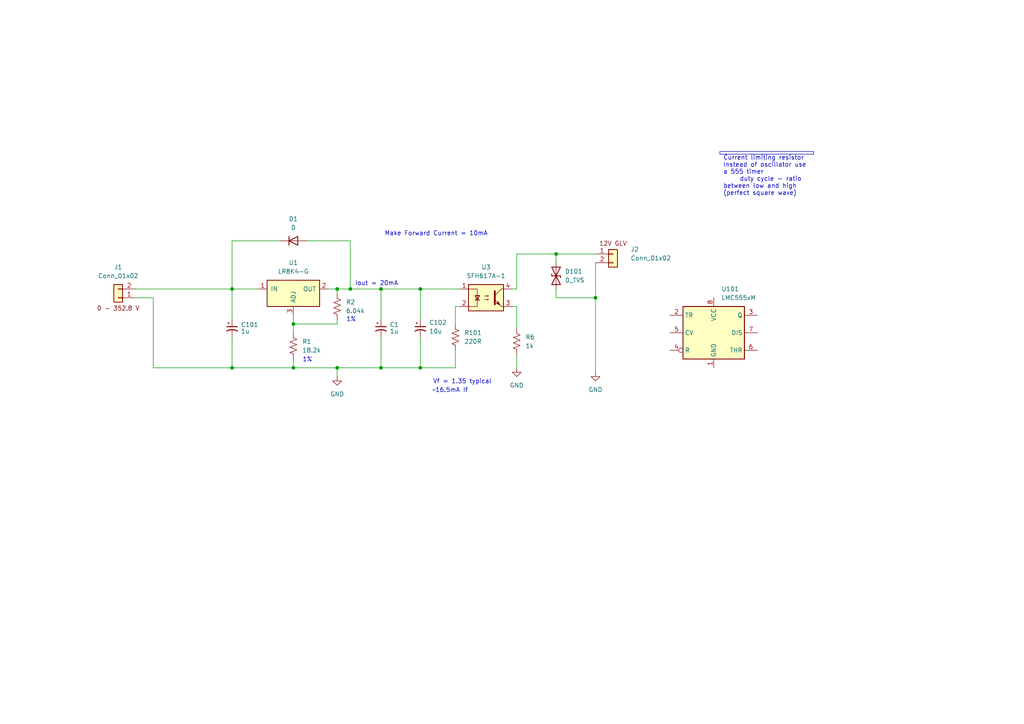
<source format=kicad_sch>
(kicad_sch (version 20231120) (generator "eeschema") (generator_version "8.0")
  (paper "A4")
  (lib_symbols
    (symbol "Conn_01x02_1" (pin_names (offset 1.016) hide)
      (property "Reference" "J2" (at 0.0001 -8.89 0))
      (property "Value" "Conn_01x02" (at 0.0001 -6.35 0))
      (symbol "Conn_01x02_1_1_1"
        (rectangle (start -1.27 -2.413) (end 0 -2.667) (stroke (width 0.1524)))
        (rectangle (start -1.27 0.127) (end 0 -0.127) (stroke (width 0.1524)))
        (rectangle (start -1.27 1.27) (end 1.27 -3.81) (stroke (width 0.254)) (fill (type background)))
        (text "12V GLV" (at 0 3.048 0) (effects (font (size 1.27 1.27))))
        (pin input line (at -5.08 0 0) (length 3.81) (name "0-352.8V") (number "1"))
        (pin input line (at -5.08 -2.54 0) (length 3.81) (name "Pin_2") (number "2"))
      )
    )
    (symbol "Connector_Generic:Conn_01x02" (pin_names (offset 1.016) hide)
      (property "Reference" "J" (at 0 2.54 0))
      (property "Value" "Conn_01x02" (at 0 -5.08 0))
      (symbol "Conn_01x02_1_1"
        (rectangle (start -1.27 -2.413) (end 0 -2.667) (stroke (width 0.1524)))
        (rectangle (start -1.27 0.127) (end 0 -0.127) (stroke (width 0.1524)))
        (rectangle (start -1.27 1.27) (end 1.27 -3.81) (stroke (width 0.254)) (fill (type background)))
        (text "0 - 352.8 V" (at 0 3.048 0) (effects (font (size 1.27 1.27))))
        (pin input line (at -5.08 0 0) (length 3.81) (name "0-352.8V") (number "1"))
        (pin input line (at -5.08 -2.54 0) (length 3.81) (name "Pin_2") (number "2"))
      )
    )
    (symbol "Device:C_Polarized_Small_US" (pin_numbers hide) (pin_names (offset 0.254) hide)
      (property "Reference" "C" (at 0.254 1.778 0))
      (property "Value" "C_Polarized_Small_US" (at 0.254 -2.032 0))
      (symbol "C_Polarized_Small_US_0_1"
        (polyline (pts (xy -1.524 0.508) (xy 1.524 0.508)) (stroke (width 0.3048)))
        (polyline (pts (xy -1.27 1.524) (xy -0.762 1.524)))
        (polyline (pts (xy -1.016 1.27) (xy -1.016 1.778)))
        (arc (start 1.524 -0.762) (mid 0 -0.3734) (end -1.524 -0.762) (stroke (width 0.3048)))
      )
      (symbol "C_Polarized_Small_US_1_1"
        (pin passive line (at 0 2.54 270) (length 2.032) (name "~") (number "1"))
        (pin passive line (at 0 -2.54 90) (length 2.032) (name "~") (number "2"))
      )
    )
    (symbol "Device:D" (pin_numbers hide) (pin_names (offset 1.016) hide)
      (property "Reference" "D" (at 0 2.54 0))
      (property "Value" "D" (at 0 -2.54 0))
      (symbol "D_0_1"
        (polyline (pts (xy -1.27 1.27) (xy -1.27 -1.27)) (stroke (width 0.254)))
        (polyline (pts (xy 1.27 0) (xy -1.27 0)))
        (polyline (pts (xy 1.27 1.27) (xy 1.27 -1.27) (xy -1.27 0) (xy 1.27 1.27)) (stroke (width 0.254)))
      )
      (symbol "D_1_1"
        (pin passive line (at -3.81 0 0) (length 2.54) (name "K") (number "1"))
        (pin passive line (at 3.81 0 180) (length 2.54) (name "A") (number "2"))
      )
    )
    (symbol "Device:D_TVS" (pin_numbers hide) (pin_names (offset 1.016) hide)
      (property "Reference" "D" (at 0 2.54 0))
      (property "Value" "D_TVS" (at 0 -2.54 0))
      (symbol "D_TVS_0_1"
        (polyline (pts (xy 1.27 0) (xy -1.27 0)))
        (polyline (pts (xy 0.508 1.27) (xy 0 1.27) (xy 0 -1.27) (xy -0.508 -1.27)) (stroke (width 0.254)))
        (polyline (pts (xy -2.54 1.27) (xy -2.54 -1.27) (xy 2.54 1.27) (xy 2.54 -1.27) (xy -2.54 1.27)) (stroke (width 0.254)))
      )
      (symbol "D_TVS_1_1"
        (pin passive line (at -3.81 0 0) (length 2.54) (name "A1") (number "1"))
        (pin passive line (at 3.81 0 180) (length 2.54) (name "A2") (number "2"))
      )
    )
    (symbol "Device:R_US" (pin_numbers hide) (pin_names (offset 0))
      (property "Reference" "R" (at 2.54 0 90))
      (property "Value" "R_US" (at -2.54 0 90))
      (symbol "R_US_0_1"
        (polyline (pts (xy 0 -2.286) (xy 0 -2.54)))
        (polyline (pts (xy 0 2.286) (xy 0 2.54)))
        (polyline (pts (xy 0 -0.762) (xy 1.016 -1.143) (xy 0 -1.524) (xy -1.016 -1.905) (xy 0 -2.286)))
        (polyline (pts (xy 0 0.762) (xy 1.016 0.381) (xy 0 0) (xy -1.016 -0.381) (xy 0 -0.762)))
        (polyline (pts (xy 0 2.286) (xy 1.016 1.905) (xy 0 1.524) (xy -1.016 1.143) (xy 0 0.762)))
      )
      (symbol "R_US_1_1"
        (pin passive line (at 0 3.81 270) (length 1.27) (name "~") (number "1"))
        (pin passive line (at 0 -3.81 90) (length 1.27) (name "~") (number "2"))
      )
    )
    (symbol "Isolator:SFH617A-1" (pin_names (offset 1.016))
      (property "Reference" "U" (at -5.08 5.08 0))
      (property "Value" "SFH617A-1" (at 0 5.08 0))
      (symbol "SFH617A-1_0_1"
        (rectangle (start -5.08 3.81) (end 5.08 -3.81) (stroke (width 0.254)) (fill (type background)))
        (polyline (pts (xy -3.175 -0.635) (xy -1.905 -0.635)) (stroke (width 0.254)))
        (polyline (pts (xy 2.54 0.635) (xy 4.445 2.54)))
        (polyline (pts (xy 4.445 -2.54) (xy 2.54 -0.635)) (fill (type outline)))
        (polyline (pts (xy 4.445 -2.54) (xy 5.08 -2.54)))
        (polyline (pts (xy 4.445 2.54) (xy 5.08 2.54)))
        (polyline (pts (xy -2.54 -0.635) (xy -2.54 -2.54) (xy -5.08 -2.54)))
        (polyline (pts (xy 2.54 1.905) (xy 2.54 -1.905) (xy 2.54 -1.905)) (stroke (width 0.508)))
        (polyline (pts (xy -5.08 2.54) (xy -2.54 2.54) (xy -2.54 -1.27) (xy -2.54 0.635)))
        (polyline (pts (xy -2.54 -0.635) (xy -3.175 0.635) (xy -1.905 0.635) (xy -2.54 -0.635)) (stroke (width 0.254)))
        (polyline (pts (xy -0.508 -0.508) (xy 0.762 -0.508) (xy 0.381 -0.635) (xy 0.381 -0.381) (xy 0.762 -0.508)))
        (polyline (pts (xy -0.508 0.508) (xy 0.762 0.508) (xy 0.381 0.381) (xy 0.381 0.635) (xy 0.762 0.508)))
        (polyline (pts (xy 3.048 -1.651) (xy 3.556 -1.143) (xy 4.064 -2.159) (xy 3.048 -1.651) (xy 3.048 -1.651)) (fill (type outline)))
      )
      (symbol "SFH617A-1_1_1"
        (pin passive line (at -7.62 2.54 0) (length 2.54) (name "~") (number "1"))
        (pin passive line (at -7.62 -2.54 0) (length 2.54) (name "~") (number "2"))
        (pin passive line (at 7.62 -2.54 180) (length 2.54) (name "~") (number "3"))
        (pin passive line (at 7.62 2.54 180) (length 2.54) (name "~") (number "4"))
      )
    )
    (symbol "Regulator_Linear:LR8K4-G" (pin_names (offset 1.016))
      (property "Reference" "U" (at -7.62 3.81 0))
      (property "Value" "LR8K4-G" (at 0 3.81 0))
      (symbol "LR8K4-G_0_1"
        (rectangle (start -7.62 2.54) (end 7.62 -5.08) (stroke (width 0.254)) (fill (type background)))
      )
      (symbol "LR8K4-G_1_1"
        (pin input line (at -10.16 0 0) (length 2.54) (name "IN") (number "1"))
        (pin power_out line (at 10.16 0 180) (length 2.54) (name "OUT") (number "2"))
        (pin input line (at 0 -7.62 90) (length 2.54) (name "ADJ") (number "3"))
      )
    )
    (symbol "Timer:LMC555xM"
      (property "Reference" "U" (at -10.16 8.89 0))
      (property "Value" "LMC555xM" (at 2.54 8.89 0))
      (symbol "LMC555xM_0_0"
        (pin power_in line (at 0 -10.16 90) (length 2.54) (name "GND") (number "1"))
        (pin power_in line (at 0 10.16 270) (length 2.54) (name "VCC") (number "8"))
      )
      (symbol "LMC555xM_0_1"
        (rectangle (start -8.89 -7.62) (end 8.89 7.62) (stroke (width 0.254)) (fill (type background)))
        (rectangle (start -8.89 -7.62) (end 8.89 7.62) (stroke (width 0.254)) (fill (type background)))
      )
      (symbol "LMC555xM_1_1"
        (pin input line (at -12.7 5.08 0) (length 3.81) (name "TR") (number "2"))
        (pin output line (at 12.7 5.08 180) (length 3.81) (name "Q") (number "3"))
        (pin input inverted (at -12.7 -5.08 0) (length 3.81) (name "R") (number "4"))
        (pin input line (at -12.7 0 0) (length 3.81) (name "CV") (number "5"))
        (pin input line (at 12.7 -5.08 180) (length 3.81) (name "THR") (number "6"))
        (pin input line (at 12.7 0 180) (length 3.81) (name "DIS") (number "7"))
      )
    )
    (symbol "power:GND" (power) (pin_numbers hide) (pin_names (offset 0) hide)
      (property "Value" "GND" (at 0 -3.81 0))
      (symbol "GND_0_1"
        (polyline (pts (xy 0 0) (xy 0 -1.27) (xy 1.27 -1.27) (xy 0 -2.54) (xy -1.27 -1.27) (xy 0 -1.27)))
      )
      (symbol "GND_1_1"
        (pin power_in line (at 0 0 270) (length 0) (name "~") (number "1"))
      )
    )
  )
  (junction (at 161.29 73.66))
  (junction (at 101.6 83.82))
  (junction (at 67.31 106.68))
  (junction (at 85.09 93.98))
  (junction (at 85.09 106.68))
  (junction (at 110.49 106.68))
  (junction (at 110.49 83.82))
  (junction (at 97.79 106.68))
  (junction (at 97.79 83.82))
  (junction (at 172.72 86.36))
  (junction (at 67.31 83.82))
  (junction (at 121.92 83.82))
  (junction (at 121.92 106.68))
  (wire (pts (xy 132.08 101.6) (xy 132.08 106.68)))
  (wire (pts (xy 161.29 86.36) (xy 172.72 86.36)))
  (wire (pts (xy 110.49 97.79) (xy 110.49 106.68)))
  (wire (pts (xy 101.6 69.85) (xy 101.6 83.82)))
  (wire (pts (xy 149.86 73.66) (xy 149.86 83.82)))
  (wire (pts (xy 44.45 86.36) (xy 44.45 106.68)))
  (wire (pts (xy 121.92 83.82) (xy 121.92 92.71)))
  (wire (pts (xy 149.86 88.9) (xy 149.86 95.25)))
  (wire (pts (xy 149.86 88.9) (xy 148.59 88.9)))
  (wire (pts (xy 44.45 86.36) (xy 39.37 86.36)))
  (wire (pts (xy 97.79 93.98) (xy 97.79 92.71)))
  (wire (pts (xy 161.29 83.82) (xy 161.29 86.36)))
  (wire (pts (xy 97.79 85.09) (xy 97.79 83.82)))
  (wire (pts (xy 39.37 83.82) (xy 67.31 83.82)))
  (wire (pts (xy 161.29 73.66) (xy 161.29 76.2)))
  (wire (pts (xy 97.79 106.68) (xy 97.79 109.22)))
  (wire (pts (xy 67.31 69.85) (xy 67.31 83.82)))
  (wire (pts (xy 95.25 83.82) (xy 97.79 83.82)))
  (wire (pts (xy 85.09 106.68) (xy 97.79 106.68)))
  (wire (pts (xy 97.79 83.82) (xy 101.6 83.82)))
  (wire (pts (xy 110.49 106.68) (xy 121.92 106.68)))
  (wire (pts (xy 85.09 93.98) (xy 85.09 96.52)))
  (wire (pts (xy 161.29 73.66) (xy 172.72 73.66)))
  (wire (pts (xy 44.45 106.68) (xy 67.31 106.68)))
  (wire (pts (xy 121.92 83.82) (xy 133.35 83.82)))
  (wire (pts (xy 81.28 69.85) (xy 67.31 69.85)))
  (wire (pts (xy 110.49 83.82) (xy 121.92 83.82)))
  (wire (pts (xy 132.08 88.9) (xy 133.35 88.9)))
  (wire (pts (xy 67.31 106.68) (xy 85.09 106.68)))
  (wire (pts (xy 121.92 97.79) (xy 121.92 106.68)))
  (wire (pts (xy 67.31 83.82) (xy 67.31 92.71)))
  (wire (pts (xy 132.08 93.98) (xy 132.08 88.9)))
  (wire (pts (xy 85.09 91.44) (xy 85.09 93.98)))
  (wire (pts (xy 85.09 104.14) (xy 85.09 106.68)))
  (wire (pts (xy 67.31 97.79) (xy 67.31 106.68)))
  (wire (pts (xy 101.6 69.85) (xy 88.9 69.85)))
  (wire (pts (xy 85.09 93.98) (xy 97.79 93.98)))
  (wire (pts (xy 97.79 106.68) (xy 110.49 106.68)))
  (wire (pts (xy 148.59 83.82) (xy 149.86 83.82)))
  (wire (pts (xy 110.49 83.82) (xy 110.49 92.71)))
  (wire (pts (xy 149.86 102.87) (xy 149.86 106.68)))
  (wire (pts (xy 172.72 86.36) (xy 172.72 107.95)))
  (wire (pts (xy 121.92 106.68) (xy 132.08 106.68)))
  (wire (pts (xy 149.86 73.66) (xy 161.29 73.66)))
  (wire (pts (xy 67.31 83.82) (xy 74.93 83.82)))
  (wire (pts (xy 101.6 83.82) (xy 110.49 83.82)))
  (wire (pts (xy 172.72 76.2) (xy 172.72 86.36)))
  (text_box "Current limiting resistor\nInstead of oscillator use a 555 timer \n	duty cycle - ratio between low and high (perfect square wave)\n" (at 208.788 43.942 0) (size 27.178 0.762) (effects (font (size 1.27 1.27)) (justify left top)))
  (text "Vf = 1.35 typical" (at 134.112 110.744 0) (effects (font (size 1.27 1.27))))
  (text "Make Forward Current = 10mA" (at 126.492 67.818 0) (effects (font (size 1.27 1.27))))
  (text "Iout = 20mA " (at 109.728 82.296 0) (effects (font (size 1.27 1.27))))
  (text "1%" (at 89.154 104.394 0) (effects (font (size 1.27 1.27))))
  (text "~16.5mA If" (at 130.556 113.284 0) (effects (font (size 1.27 1.27))))
  (text "1%" (at 101.854 92.71 0) (effects (font (size 1.27 1.27))))
  (symbol (lib_id "Device:C_Polarized_Small_US") (at 110.49 95.25 0) (unit 1)
    (property "Reference" "C1" (at 113.03 94.1831 0) (effects (justify left)))
    (property "Value" "1u" (at 113.03 96.0882 0) (effects (justify left)))
    (property "Description" "Polarized capacitor, small US symbol" (effects (hide yes)))
  )
  (symbol (lib_id "power:GND") (at 172.72 107.95 0) (unit 1)
    (property "Reference" "#PWR01" (effects (hide yes)))
    (property "Value" "GND" (at 172.72 113.03 0))
    (property "Description" "Power symbol creates a global label with name \"GND\" , ground" (effects (hide yes)))
  )
  (symbol (lib_id "Device:D_TVS") (at 161.29 80.01 90) (unit 1)
    (property "Reference" "D101" (at 163.83 78.7399 90) (effects (justify right)))
    (property "Value" "D_TVS" (at 163.83 81.2799 90) (effects (justify right)))
    (property "Description" "Bidirectional transient-voltage-suppression diode" (effects (hide yes)))
  )
  (symbol (lib_id "Device:R_US") (at 97.79 88.9 0) (unit 1)
    (property "Reference" "R2" (at 100.33 87.6299 0) (effects (justify left)))
    (property "Value" "6.04k" (at 100.33 90.1699 0) (effects (justify left)))
    (property "Description" "Resistor, US symbol" (effects (hide yes)))
  )
  (symbol (lib_id "Device:D") (at 85.09 69.85 0) (unit 1)
    (property "Reference" "D1" (at 85.09 63.5 0))
    (property "Value" "D" (at 85.09 66.04 0))
    (property "Description" "Diode" (effects (hide yes)))
    (property "Sim.Device" "D" (effects (hide yes)))
    (property "Sim.Pins" "1=K 2=A" (effects (hide yes)))
  )
  (symbol (lib_name "Conn_01x02_1") (lib_id "Connector_Generic:Conn_01x02") (at 177.8 73.66 0) (unit 1)
    (property "Reference" "J2" (at 182.88 72.3236 0) (effects (justify left)))
    (property "Value" "Conn_01x02" (at 182.88 74.8636 0) (effects (justify left)))
    (property "Description" "Generic connector, single row, 01x02, script generated (kicad-library-utils/schlib/autogen/connector/)" (effects (hide yes)))
  )
  (symbol (lib_id "Connector_Generic:Conn_01x02") (at 34.29 86.36 180) (unit 1)
    (property "Reference" "J1" (at 34.2899 77.47 0))
    (property "Value" "Conn_01x02" (at 34.2899 80.01 0))
    (property "Description" "Generic connector, single row, 01x02, script generated (kicad-library-utils/schlib/autogen/connector/)" (effects (hide yes)))
  )
  (symbol (lib_id "Isolator:SFH617A-1") (at 140.97 86.36 0) (unit 1)
    (property "Reference" "U3" (at 140.97 77.47 0))
    (property "Value" "SFH617A-1" (at 140.97 80.01 0))
    (property "Footprint" "Package_DIP:DIP-4_W7.62mm" (effects (hide yes)))
    (property "Datasheet" "http://www.vishay.com/docs/83740/sfh617a.pdf" (effects (hide yes)))
    (property "Description" "Optocoupler, Phototransistor Output, 5300 VRMS, VCEO 70V, CTR% 40-80, -55 to +110 degree Celsius, UL, BSI, FIMKO, cUL, THT PDIP-4" (effects (hide yes)))
  )
  (symbol (lib_id "Timer:LMC555xM") (at 207.01 96.52 0) (unit 1)
    (property "Reference" "U101" (at 209.2041 83.82 0) (effects (justify left)))
    (property "Value" "LMC555xM" (at 209.2041 86.36 0) (effects (justify left)))
    (property "Footprint" "Package_SO:SOIC-8_3.9x4.9mm_P1.27mm" (effects (hide yes)))
    (property "Datasheet" "http://www.ti.com/lit/ds/symlink/lmc555.pdf" (effects (hide yes)))
    (property "Description" "CMOS Timer, 555 compatible, SOIC-8" (effects (hide yes)))
  )
  (symbol (lib_id "Device:R_US") (at 85.09 100.33 0) (unit 1)
    (property "Reference" "R1" (at 87.63 99.0599 0) (effects (justify left)))
    (property "Value" "18.2k" (at 87.63 101.5999 0) (effects (justify left)))
    (property "Description" "Resistor, US symbol" (effects (hide yes)))
  )
  (symbol (lib_id "power:GND") (at 149.86 106.68 0) (unit 1)
    (property "Reference" "#PWR03" (effects (hide yes)))
    (property "Value" "GND" (at 149.86 111.76 0))
    (property "Description" "Power symbol creates a global label with name \"GND\" , ground" (effects (hide yes)))
  )
  (symbol (lib_id "Device:C_Polarized_Small_US") (at 67.31 95.25 0) (unit 1)
    (property "Reference" "C101" (at 69.85 94.1831 0) (effects (justify left)))
    (property "Value" "1u" (at 69.85 96.0882 0) (effects (justify left)))
    (property "Description" "Polarized capacitor, small US symbol" (effects (hide yes)))
  )
  (symbol (lib_id "Regulator_Linear:LR8K4-G") (at 85.09 83.82 0) (unit 1)
    (property "Reference" "U1" (at 85.09 76.2 0))
    (property "Value" "LR8K4-G" (at 85.09 78.74 0))
    (property "Footprint" "Package_TO_SOT_SMD:TO-252-2" (effects (hide yes)))
    (property "Datasheet" "http://ww1.microchip.com/downloads/en/DeviceDoc/20005399B.pdf" (effects (hide yes)))
    (property "Description" "30mA 450V High-Voltage Linear Regulator (Adjustable), TO-252 (D-PAK)" (effects (hide yes)))
  )
  (symbol (lib_id "power:GND") (at 97.79 109.22 0) (unit 1)
    (property "Reference" "#PWR02" (effects (hide yes)))
    (property "Value" "GND" (at 97.79 114.3 0))
    (property "Description" "Power symbol creates a global label with name \"GND\" , ground" (effects (hide yes)))
  )
  (symbol (lib_id "Device:R_US") (at 149.86 99.06 0) (unit 1)
    (property "Reference" "R6" (at 152.4 97.7899 0) (effects (justify left)))
    (property "Value" "1k" (at 152.4 100.3299 0) (effects (justify left)))
    (property "Description" "Resistor, US symbol" (effects (hide yes)))
  )
  (symbol (lib_id "Device:C_Polarized_Small_US") (at 121.92 95.25 0) (unit 1)
    (property "Reference" "C102" (at 124.46 93.5481 0) (effects (justify left)))
    (property "Value" "10u" (at 124.46 96.0881 0) (effects (justify left)))
    (property "Description" "Polarized capacitor, small US symbol" (effects (hide yes)))
  )
  (symbol (lib_id "Device:R_US") (at 132.08 97.79 0) (unit 1)
    (property "Reference" "R101" (at 134.62 96.5199 0) (effects (justify left)))
    (property "Value" "220R" (at 134.62 99.0599 0) (effects (justify left)))
    (property "Description" "Resistor, US symbol" (effects (hide yes)))
  )
)
</source>
